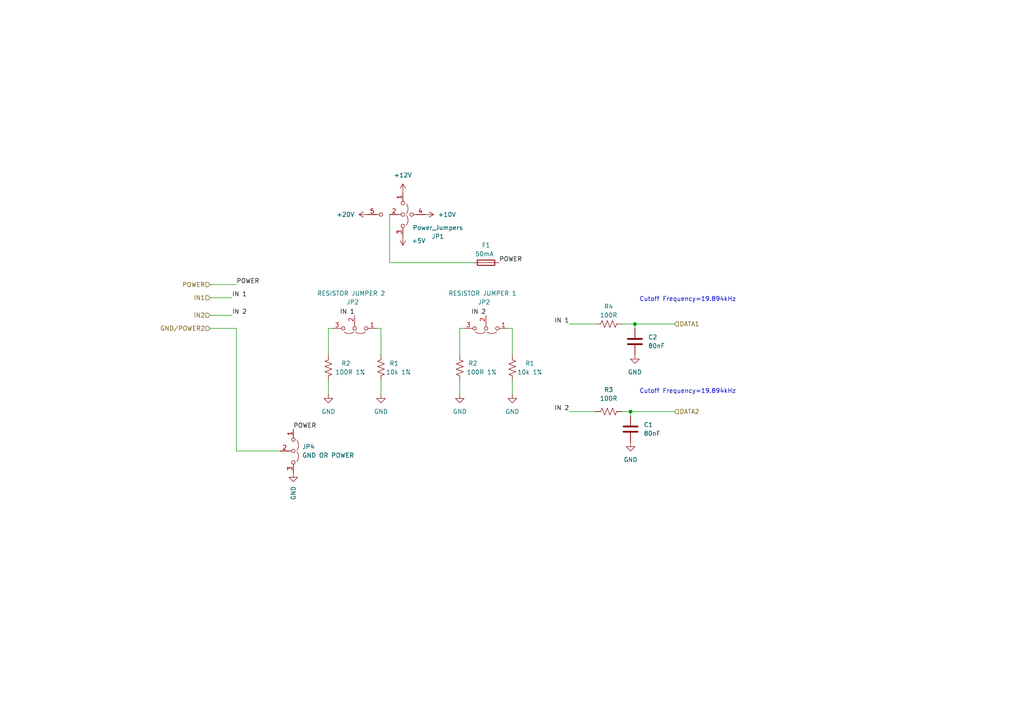
<source format=kicad_sch>
(kicad_sch (version 20230121) (generator eeschema)
  (paper "A4")
  (lib_symbols
    (symbol "+10V_1" (power) (pin_names (offset 0))
      (property "Value" "+20V" (at 0 5.08 0))
      (symbol "+10V_1_0_1"
        (polyline (pts (xy -0.762 1.27) (xy 0 2.54)))
        (polyline (pts (xy 0 0) (xy 0 2.54)))
        (polyline (pts (xy 0 2.54) (xy 0.762 1.27)))
      )
      (symbol "+10V_1_1_1"
        (pin power_in line (at 0 0 90) (length 0) hide (name "+20V") (number "1"))
      )
    )
    (symbol "Device:C" (pin_numbers hide) (pin_names (offset 0.254))
      (property "Reference" "C" (at 0.635 2.54 0))
      (property "Value" "C" (at 0.635 -2.54 0))
      (symbol "C_0_1"
        (polyline (pts (xy -2.032 -0.762) (xy 2.032 -0.762)) (stroke (width 0.508)))
        (polyline (pts (xy -2.032 0.762) (xy 2.032 0.762)) (stroke (width 0.508)))
      )
      (symbol "C_1_1"
        (pin passive line (at 0 3.81 270) (length 2.794) (name "~") (number "1"))
        (pin passive line (at 0 -3.81 90) (length 2.794) (name "~") (number "2"))
      )
    )
    (symbol "Device:Fuse" (pin_numbers hide) (pin_names (offset 0))
      (property "Reference" "F" (at 2.032 0 90))
      (property "Value" "Fuse" (at -1.905 0 90))
      (symbol "Fuse_0_1"
        (rectangle (start -0.762 -2.54) (end 0.762 2.54) (stroke (width 0.254)))
        (polyline (pts (xy 0 2.54) (xy 0 -2.54)))
      )
      (symbol "Fuse_1_1"
        (pin passive line (at 0 3.81 270) (length 1.27) (name "~") (number "1"))
        (pin passive line (at 0 -3.81 90) (length 1.27) (name "~") (number "2"))
      )
    )
    (symbol "Device:R_US" (pin_numbers hide) (pin_names (offset 0))
      (property "Reference" "R" (at 2.54 0 90))
      (property "Value" "R_US" (at -2.54 0 90))
      (symbol "R_US_0_1"
        (polyline (pts (xy 0 -2.286) (xy 0 -2.54)))
        (polyline (pts (xy 0 2.286) (xy 0 2.54)))
        (polyline (pts (xy 0 -0.762) (xy 1.016 -1.143) (xy 0 -1.524) (xy -1.016 -1.905) (xy 0 -2.286)))
        (polyline (pts (xy 0 0.762) (xy 1.016 0.381) (xy 0 0) (xy -1.016 -0.381) (xy 0 -0.762)))
        (polyline (pts (xy 0 2.286) (xy 1.016 1.905) (xy 0 1.524) (xy -1.016 1.143) (xy 0 0.762)))
      )
      (symbol "R_US_1_1"
        (pin passive line (at 0 3.81 270) (length 1.27) (name "~") (number "1"))
        (pin passive line (at 0 -3.81 90) (length 1.27) (name "~") (number "2"))
      )
    )
    (symbol "Jumper:Jumper_3_Open" (pin_names (offset 0) hide)
      (property "Reference" "JP1" (at 6.35 10.16 90))
      (property "Value" "Jumper_3_Open" (at 3.81 10.16 90))
      (symbol "Jumper_3_Open_0_0"
        (circle (center -3.302 0) (radius 0.508))
        (circle (center 0 -6.35) (radius 0.508))
        (circle (center 0 0) (radius 0.508))
        (circle (center 0 2.54) (radius 0.508))
        (circle (center 3.302 0) (radius 0.508))
      )
      (symbol "Jumper_3_Open_0_1"
        (arc (start -0.254 1.016) (mid -1.651 1.4992) (end -3.048 1.016))
        (polyline (pts (xy 0 -6.858) (xy 0 -7.62)))
        (polyline (pts (xy 0 -0.508) (xy 0 -1.27)))
        (polyline (pts (xy 0 3.048) (xy 0 3.81)))
        (arc (start 3.048 1.016) (mid 1.651 1.4992) (end 0.254 1.016))
      )
      (symbol "Jumper_3_Open_1_1"
        (pin passive line (at -6.35 0 0) (length 2.54) (name "A") (number "1"))
        (pin passive line (at 0 -3.81 90) (length 2.54) (name "C") (number "2"))
        (pin passive line (at 6.35 0 180) (length 2.54) (name "B") (number "3"))
        (pin passive line (at 0 6.35 270) (length 2.54) (name "C") (number "4"))
        (pin passive line (at 0 -10.16 90) (length 2.54) (name "C") (number "5"))
      )
    )
    (symbol "Jumper_3_Open_1" (pin_names (offset 0) hide)
      (property "Reference" "JP" (at -2.54 -2.54 0))
      (property "Value" "Jumper_3_Open" (at 0 2.794 0))
      (symbol "Jumper_3_Open_1_0_0"
        (circle (center -3.302 0) (radius 0.508))
        (circle (center 0 0) (radius 0.508))
        (circle (center 3.302 0) (radius 0.508))
      )
      (symbol "Jumper_3_Open_1_0_1"
        (arc (start -0.254 1.016) (mid -1.651 1.4992) (end -3.048 1.016))
        (polyline (pts (xy 0 -0.508) (xy 0 -1.27)))
        (arc (start 3.048 1.016) (mid 1.651 1.4992) (end 0.254 1.016))
      )
      (symbol "Jumper_3_Open_1_1_1"
        (pin passive line (at -6.35 0 0) (length 2.54) (name "A") (number "1"))
        (pin passive line (at 0 -3.81 90) (length 2.54) (name "C") (number "2"))
        (pin passive line (at 6.35 0 180) (length 2.54) (name "B") (number "3"))
      )
    )
    (symbol "power:+10V" (power) (pin_names (offset 0))
      (property "Value" "+10V" (at 0 3.556 0))
      (symbol "+10V_0_1"
        (polyline (pts (xy -0.762 1.27) (xy 0 2.54)))
        (polyline (pts (xy 0 0) (xy 0 2.54)))
        (polyline (pts (xy 0 2.54) (xy 0.762 1.27)))
      )
      (symbol "+10V_1_1"
        (pin power_in line (at 0 0 90) (length 0) hide (name "+10V") (number "1"))
      )
    )
    (symbol "power:+12V" (power) (pin_names (offset 0))
      (property "Value" "+12V" (at 0 3.556 0))
      (symbol "+12V_0_1"
        (polyline (pts (xy -0.762 1.27) (xy 0 2.54)))
        (polyline (pts (xy 0 0) (xy 0 2.54)))
        (polyline (pts (xy 0 2.54) (xy 0.762 1.27)))
      )
      (symbol "+12V_1_1"
        (pin power_in line (at 0 0 90) (length 0) hide (name "+12V") (number "1"))
      )
    )
    (symbol "power:+5V" (power) (pin_names (offset 0))
      (property "Value" "+5V" (at 0 3.556 0))
      (symbol "+5V_0_1"
        (polyline (pts (xy -0.762 1.27) (xy 0 2.54)))
        (polyline (pts (xy 0 0) (xy 0 2.54)))
        (polyline (pts (xy 0 2.54) (xy 0.762 1.27)))
      )
      (symbol "+5V_1_1"
        (pin power_in line (at 0 0 90) (length 0) hide (name "+5V") (number "1"))
      )
    )
    (symbol "power:GND" (power) (pin_names (offset 0))
      (property "Value" "GND" (at 0 -3.81 0))
      (symbol "GND_0_1"
        (polyline (pts (xy 0 0) (xy 0 -1.27) (xy 1.27 -1.27) (xy 0 -2.54) (xy -1.27 -1.27) (xy 0 -1.27)))
      )
      (symbol "GND_1_1"
        (pin power_in line (at 0 0 270) (length 0) hide (name "GND") (number "1"))
      )
    )
  )
  (junction (at 184.15 93.98))
  (junction (at 182.88 119.38))
  (wire (pts (xy 165.1 119.38) (xy 172.72 119.38)))
  (wire (pts (xy 68.58 130.81) (xy 81.28 130.81)))
  (wire (pts (xy 95.25 110.49) (xy 95.25 114.3)))
  (wire (pts (xy 60.96 82.55) (xy 68.58 82.55)))
  (wire (pts (xy 95.25 95.25) (xy 95.25 102.87)))
  (wire (pts (xy 60.96 91.44) (xy 67.31 91.44)))
  (wire (pts (xy 133.35 114.3) (xy 133.35 110.49)))
  (wire (pts (xy 133.35 95.25) (xy 133.35 102.87)))
  (wire (pts (xy 110.49 95.25) (xy 110.49 102.87)))
  (wire (pts (xy 60.96 86.36) (xy 67.31 86.36)))
  (wire (pts (xy 182.88 119.38) (xy 182.88 120.65)))
  (wire (pts (xy 147.32 95.25) (xy 148.59 95.25)))
  (wire (pts (xy 148.59 110.49) (xy 148.59 114.3)))
  (wire (pts (xy 60.96 95.25) (xy 68.58 95.25)))
  (wire (pts (xy 133.35 95.25) (xy 134.62 95.25)))
  (wire (pts (xy 148.59 95.25) (xy 148.59 102.87)))
  (wire (pts (xy 165.1 93.98) (xy 172.72 93.98)))
  (wire (pts (xy 184.15 93.98) (xy 195.58 93.98)))
  (wire (pts (xy 180.34 93.98) (xy 184.15 93.98)))
  (wire (pts (xy 180.34 119.38) (xy 182.88 119.38)))
  (wire (pts (xy 113.03 76.2) (xy 137.16 76.2)))
  (wire (pts (xy 110.49 114.3) (xy 110.49 110.49)))
  (wire (pts (xy 95.25 95.25) (xy 96.52 95.25)))
  (wire (pts (xy 182.88 119.38) (xy 195.58 119.38)))
  (wire (pts (xy 68.58 95.25) (xy 68.58 130.81)))
  (wire (pts (xy 184.15 93.98) (xy 184.15 95.25)))
  (wire (pts (xy 113.03 62.23) (xy 113.03 76.2)))
  (wire (pts (xy 109.22 95.25) (xy 110.49 95.25)))
  (text "Cutoff Frequency=19.894kHz\n" (at 185.42 114.3 0) (effects (font (size 1.27 1.27)) (justify left bottom)))
  (text "Cutoff Frequency=19.894kHz\n" (at 185.42 87.63 0) (effects (font (size 1.27 1.27)) (justify left bottom)))
  (label "POWER" (at 68.58 82.55 0))
  (label "POWER" (at 85.09 124.46 0))
  (label "IN 1" (at 67.31 86.36 0))
  (label "IN 1" (at 165.1 93.98 180))
  (label "IN 2" (at 165.1 119.38 180))
  (label "IN 2" (at 140.97 91.44 180))
  (label "POWER" (at 144.78 76.2 0))
  (label "IN 2" (at 67.31 91.44 0))
  (label "IN 1" (at 102.87 91.44 180))
  (hierarchical_label "IN2" (shape input) (at 60.96 91.44 180))
  (hierarchical_label "GND{slash}POWER2" (shape input) (at 60.96 95.25 180))
  (hierarchical_label "DATA1" (shape input) (at 195.58 93.98 0))
  (hierarchical_label "DATA2" (shape input) (at 195.58 119.38 0))
  (hierarchical_label "POWER" (shape input) (at 60.96 82.55 180))
  (hierarchical_label "IN1" (shape input) (at 60.96 86.36 180))
  (symbol (lib_id "power:GND") (at 148.59 114.3 0) (unit 1)
    (property "Reference" "#PWR01" (effects hide))
    (property "Value" "GND" (at 148.59 119.38 0))
    (instances (project "DAQ_Patch_Panel" (path "" (reference "#PWR01") (unit 1)) (path "" (reference "#PWR030") (unit 1)) (path "" (reference "#PWR018") (unit 1)) (path "" (reference "#PWR041") (unit 1))))
  )
  (symbol (lib_name "Jumper_3_Open_1") (lib_id "Jumper:Jumper_3_Open") (at 140.97 95.25 180) (unit 1)
    (property "Reference" "JP2" (at 142.24 87.63 0) (effects (justify left)))
    (property "Value" "RESISTOR JUMPER 1" (at 149.86 85.09 0) (effects (justify left)))
    (property "Footprint" "Connector_PinHeader_2.54mm:PinHeader_1x03_P2.54mm_Vertical" (effects hide))
    (instances (project "DAQ_Patch_Panel" (path "" (reference "JP2") (unit 1)) (path "" (reference "JP8") (unit 1)) (path "" (reference "JP4") (unit 1)) (path "" (reference "JP12") (unit 1))))
  )
  (symbol (lib_id "power:GND") (at 110.49 114.3 0) (unit 1)
    (property "Reference" "#PWR02" (effects hide))
    (property "Value" "GND" (at 110.49 119.38 0))
    (instances (project "DAQ_Patch_Panel" (path "" (reference "#PWR02") (unit 1)) (path "" (reference "#PWR02") (unit 1)) (path "" (reference "#PWR06") (unit 1)) (path "" (reference "#PWR036") (unit 1))))
  )
  (symbol (lib_id "power:GND") (at 95.25 114.3 0) (unit 1)
    (property "Reference" "#PWR01" (effects hide))
    (property "Value" "GND" (at 95.25 119.38 0))
    (instances (project "DAQ_Patch_Panel" (path "" (reference "#PWR01") (unit 1)) (path "" (reference "#PWR01") (unit 1)) (path "" (reference "#PWR04") (unit 1)) (path "" (reference "#PWR034") (unit 1))))
  )
  (symbol (lib_id "Device:Fuse") (at 140.97 76.2 270) (unit 1)
    (property "Reference" "F1" (at 140.97 71.12 90))
    (property "Value" "50mA " (at 140.97 73.66 90))
    (property "Footprint" "Fuse:Fuse_0805_2012Metric_Pad1.15x1.40mm_HandSolder" (effects hide))
    (instances (project "DAQ_Patch_Panel" (path "" (reference "F1") (unit 1)) (path "" (reference "F2") (unit 1)) (path "" (reference "F1") (unit 1)) (path "" (reference "F3") (unit 1))))
  )
  (symbol (lib_name "+10V_1") (lib_id "power:+10V") (at 106.68 62.23 90) (unit 1)
    (property "Reference" "#PWR06" (effects hide))
    (property "Value" "+20V" (at 102.87 62.23 90) (effects (justify left)))
    (instances (project "DAQ_Patch_Panel" (path "" (reference "#PWR06") (unit 1)) (path "" (reference "#PWR028") (unit 1)) (path "" (reference "#PWR05") (unit 1)) (path "" (reference "#PWR035") (unit 1))))
  )
  (symbol (lib_id "power:+10V") (at 123.19 62.23 270) (unit 1)
    (property "Reference" "#PWR05" (effects hide))
    (property "Value" "+10V" (at 127 62.23 90) (effects (justify left)))
    (instances (project "DAQ_Patch_Panel" (path "" (reference "#PWR05") (unit 1)) (path "" (reference "#PWR024") (unit 1)) (path "" (reference "#PWR09") (unit 1)) (path "" (reference "#PWR039") (unit 1))))
  )
  (symbol (lib_id "Device:R_US") (at 176.53 93.98 90) (unit 1)
    (property "Reference" "R4" (at 176.53 88.9 90))
    (property "Value" "100R" (at 176.53 91.44 90))
    (property "Footprint" "Resistor_SMD:R_0805_2012Metric_Pad1.20x1.40mm_HandSolder" (effects hide))
    (instances (project "DAQ_Patch_Panel" (path "" (reference "R4") (unit 1)) (path "" (reference "R12") (unit 1)) (path "" (reference "R7") (unit 1)) (path "" (reference "R17") (unit 1))))
  )
  (symbol (lib_id "Device:C") (at 182.88 124.46 0) (unit 1)
    (property "Reference" "C1" (at 186.69 123.19 0) (effects (justify left)))
    (property "Value" "80nF" (at 186.69 125.73 0) (effects (justify left)))
    (property "Footprint" "Capacitor_SMD:C_0805_2012Metric_Pad1.18x1.45mm_HandSolder" (effects hide))
    (instances (project "DAQ_Patch_Panel" (path "" (reference "C1") (unit 1)) (path "" (reference "C3") (unit 1)) (path "" (reference "C1") (unit 1)) (path "" (reference "C5") (unit 1))))
  )
  (symbol (lib_id "power:GND") (at 184.15 102.87 0) (unit 1)
    (property "Reference" "#PWR018" (effects hide))
    (property "Value" "GND" (at 184.15 107.95 0))
    (instances (project "DAQ_Patch_Panel" (path "" (reference "#PWR018") (unit 1)) (path "" (reference "#PWR032") (unit 1)) (path "" (reference "#PWR025") (unit 1)) (path "" (reference "#PWR043") (unit 1))))
  )
  (symbol (lib_id "power:GND") (at 85.09 137.16 0) (unit 1)
    (property "Reference" "#PWR07" (effects hide))
    (property "Value" "GND" (at 85.09 140.97 90) (effects (justify right)))
    (instances (project "DAQ_Patch_Panel" (path "" (reference "#PWR07") (unit 1)) (path "" (reference "#PWR022") (unit 1)) (path "" (reference "#PWR03") (unit 1)) (path "" (reference "#PWR033") (unit 1))))
  )
  (symbol (lib_id "Device:R_US") (at 95.25 106.68 0) (mirror y) (unit 1)
    (property "Reference" "R2" (at 100.33 105.41 0))
    (property "Value" "100R 1%" (at 101.6 107.95 0))
    (property "Footprint" "Resistor_SMD:R_0805_2012Metric_Pad1.20x1.40mm_HandSolder" (effects hide))
    (instances (project "DAQ_Patch_Panel" (path "" (reference "R2") (unit 1)) (path "" (reference "R1") (unit 1)) (path "" (reference "R3") (unit 1)) (path "" (reference "R13") (unit 1))))
  )
  (symbol (lib_id "Device:C") (at 184.15 99.06 0) (unit 1)
    (property "Reference" "C2" (at 187.96 97.79 0) (effects (justify left)))
    (property "Value" "80nF" (at 187.96 100.33 0) (effects (justify left)))
    (property "Footprint" "Capacitor_SMD:C_0805_2012Metric_Pad1.18x1.45mm_HandSolder" (effects hide))
    (instances (project "DAQ_Patch_Panel" (path "" (reference "C2") (unit 1)) (path "" (reference "C4") (unit 1)) (path "" (reference "C2") (unit 1)) (path "" (reference "C6") (unit 1))))
  )
  (symbol (lib_id "power:+12V") (at 116.84 55.88 0) (unit 1)
    (property "Reference" "#PWR03" (effects hide))
    (property "Value" "+12V" (at 116.84 50.8 0))
    (instances (project "DAQ_Patch_Panel" (path "" (reference "#PWR03") (unit 1)) (path "" (reference "#PWR026") (unit 1)) (path "" (reference "#PWR07") (unit 1)) (path "" (reference "#PWR037") (unit 1))))
  )
  (symbol (lib_name "Jumper_3_Open_1") (lib_id "Jumper:Jumper_3_Open") (at 102.87 95.25 180) (unit 1)
    (property "Reference" "JP2" (at 104.14 87.63 0) (effects (justify left)))
    (property "Value" "RESISTOR JUMPER 2" (at 111.76 85.09 0) (effects (justify left)))
    (property "Footprint" "Connector_PinHeader_2.54mm:PinHeader_1x03_P2.54mm_Vertical" (effects hide))
    (instances (project "DAQ_Patch_Panel" (path "" (reference "JP2") (unit 1)) (path "" (reference "JP6") (unit 1)) (path "" (reference "JP2") (unit 1)) (path "" (reference "JP10") (unit 1))))
  )
  (symbol (lib_id "Device:R_US") (at 110.49 106.68 0) (mirror y) (unit 1)
    (property "Reference" "R1" (at 114.3 105.41 0))
    (property "Value" "10k 1%" (at 115.57 107.95 0))
    (property "Footprint" "Resistor_SMD:R_0805_2012Metric_Pad1.20x1.40mm_HandSolder" (effects hide))
    (instances (project "DAQ_Patch_Panel" (path "" (reference "R1") (unit 1)) (path "" (reference "R2") (unit 1)) (path "" (reference "R4") (unit 1)) (path "" (reference "R14") (unit 1))))
  )
  (symbol (lib_id "Device:R_US") (at 176.53 119.38 90) (unit 1)
    (property "Reference" "R3" (at 176.53 113.03 90))
    (property "Value" "100R" (at 176.53 115.57 90))
    (property "Footprint" "Resistor_SMD:R_0805_2012Metric_Pad1.20x1.40mm_HandSolder" (effects hide))
    (instances (project "DAQ_Patch_Panel" (path "" (reference "R3") (unit 1)) (path "" (reference "R11") (unit 1)) (path "" (reference "R8") (unit 1)) (path "" (reference "R18") (unit 1))))
  )
  (symbol (lib_id "Device:R_US") (at 133.35 106.68 0) (unit 1)
    (property "Reference" "R2" (at 137.16 105.41 0))
    (property "Value" "100R 1%" (at 139.7 107.95 0))
    (property "Footprint" "Resistor_SMD:R_0805_2012Metric_Pad1.20x1.40mm_HandSolder" (effects hide))
    (instances (project "DAQ_Patch_Panel" (path "" (reference "R2") (unit 1)) (path "" (reference "R9") (unit 1)) (path "" (reference "R5") (unit 1)) (path "" (reference "R15") (unit 1))))
  )
  (symbol (lib_id "power:+5V") (at 116.84 68.58 180) (unit 1)
    (property "Reference" "#PWR04" (effects hide))
    (property "Value" "+5V" (at 119.38 69.85 0) (effects (justify right)))
    (instances (project "DAQ_Patch_Panel" (path "" (reference "#PWR04") (unit 1)) (path "" (reference "#PWR027") (unit 1)) (path "" (reference "#PWR08") (unit 1)) (path "" (reference "#PWR038") (unit 1))))
  )
  (symbol (lib_id "Device:R_US") (at 148.59 106.68 0) (unit 1)
    (property "Reference" "R1" (at 153.67 105.41 0))
    (property "Value" "10k 1%" (at 153.67 107.95 0))
    (property "Footprint" "Resistor_SMD:R_0805_2012Metric_Pad1.20x1.40mm_HandSolder" (effects hide))
    (instances (project "DAQ_Patch_Panel" (path "" (reference "R1") (unit 1)) (path "" (reference "R10") (unit 1)) (path "" (reference "R6") (unit 1)) (path "" (reference "R16") (unit 1))))
  )
  (symbol (lib_id "Jumper:Jumper_3_Open") (at 116.84 62.23 270) (unit 1)
    (property "Reference" "JP1" (at 127 68.58 90))
    (property "Value" "Power_Jumpers" (at 127 66.04 90))
    (property "Footprint" "Library:4-Way-Jumper" (effects hide))
    (instances (project "DAQ_Patch_Panel" (path "" (reference "JP1") (unit 1)) (path "" (reference "JP7") (unit 1)) (path "" (reference "JP3") (unit 1)) (path "" (reference "JP11") (unit 1))))
  )
  (symbol (lib_id "power:GND") (at 182.88 128.27 0) (unit 1)
    (property "Reference" "#PWR016" (effects hide))
    (property "Value" "GND" (at 182.88 133.35 0))
    (instances (project "DAQ_Patch_Panel" (path "" (reference "#PWR016") (unit 1)) (path "" (reference "#PWR031") (unit 1)) (path "" (reference "#PWR023") (unit 1)) (path "" (reference "#PWR042") (unit 1))))
  )
  (symbol (lib_id "power:GND") (at 133.35 114.3 0) (unit 1)
    (property "Reference" "#PWR02" (effects hide))
    (property "Value" "GND" (at 133.35 119.38 0))
    (instances (project "DAQ_Patch_Panel" (path "" (reference "#PWR02") (unit 1)) (path "" (reference "#PWR029") (unit 1)) (path "" (reference "#PWR016") (unit 1)) (path "" (reference "#PWR040") (unit 1))))
  )
  (symbol (lib_name "Jumper_3_Open_1") (lib_id "Jumper:Jumper_3_Open") (at 85.09 130.81 270) (unit 1)
    (property "Reference" "JP4" (at 87.63 129.54 90) (effects (justify left)))
    (property "Value" "GND OR POWER" (at 87.63 132.08 90) (effects (justify left)))
    (property "Footprint" "Connector_PinHeader_2.54mm:PinHeader_1x03_P2.54mm_Vertical" (effects hide))
    (instances (project "DAQ_Patch_Panel" (path "" (reference "JP4") (unit 1)) (path "" (reference "JP5") (unit 1)) (path "" (reference "JP1") (unit 1)) (path "" (reference "JP9") (unit 1))))
  )
)
</source>
